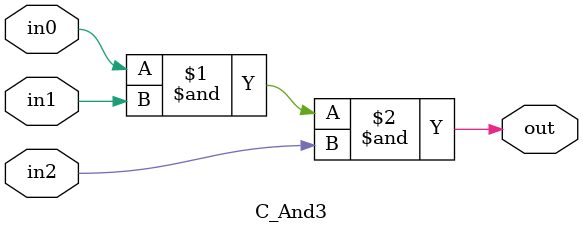
<source format=v>
module C_And3(in0, in1, in2, out);

	parameter BITS = 1;
	input [BITS-1:0] in0;
	input [BITS-1:0] in1;
	input [BITS-1:0] in2;
	output [BITS-1:0] out;

	assign out = in0 & in1 & in2;

endmodule

</source>
